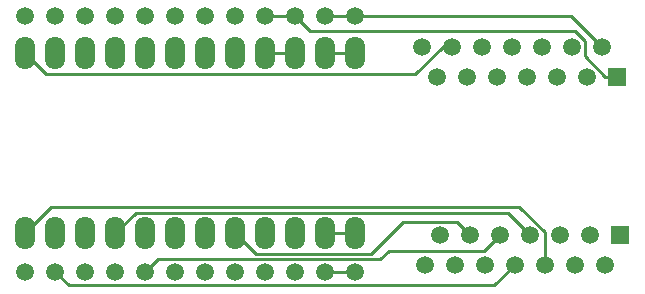
<source format=gtl>
G04 Layer: TopLayer*
G04 EasyEDA v6.5.37, 2023-11-05 12:22:53*
G04 b38ca7787a6d49d182703bcf24ee71ae,61ca570dd1bc49e89b508e185065188e,10*
G04 Gerber Generator version 0.2*
G04 Scale: 100 percent, Rotated: No, Reflected: No *
G04 Dimensions in millimeters *
G04 leading zeros omitted , absolute positions ,4 integer and 5 decimal *
%FSLAX45Y45*%
%MOMM*%

%AMMACRO1*21,1,$1,$2,0,0,$3*%
%ADD10C,0.2540*%
%ADD11O,1.6764X2.7999944*%
%ADD12C,1.5000*%
%ADD13R,1.5000X1.5000*%
%ADD14MACRO1,1.5X1.5X0.0000*%

%LPD*%
D10*
X6083300Y8585200D02*
G01*
X5896229Y8772270D01*
X2748762Y8772270D01*
X2574391Y8597900D01*
X2066543Y8267700D02*
G01*
X2179040Y8155203D01*
X5780303Y8155203D01*
X5956300Y8331200D01*
X1812391Y8597900D02*
G01*
X2033752Y8819261D01*
X5996355Y8819261D01*
X6210300Y8605316D01*
X6210300Y8331200D01*
X5829300Y8585200D02*
G01*
X5694273Y8450173D01*
X4889118Y8450173D01*
X4816906Y8377961D01*
X2938805Y8377961D01*
X2828543Y8267700D01*
X4606290Y10439400D02*
G01*
X6436106Y10439400D01*
X6698488Y10177018D01*
X4352290Y10439400D02*
G01*
X4606290Y10439400D01*
X4606391Y8597900D02*
G01*
X4352416Y8597900D01*
X4606391Y10121900D02*
G01*
X4352442Y10121900D01*
X4352290Y8267700D02*
G01*
X4606290Y8267700D01*
X4098442Y10121900D02*
G01*
X3844442Y10121900D01*
X6825488Y9923018D02*
G01*
X6722567Y9923018D01*
X6722567Y9923018D02*
G01*
X6548348Y10097236D01*
X6548348Y10227970D01*
X6463182Y10313136D01*
X4224553Y10313136D01*
X4098290Y10439400D01*
X4098290Y10439400D02*
G01*
X3844290Y10439400D01*
X5428488Y10177018D02*
G01*
X5348376Y10177018D01*
X5114137Y9942779D01*
X1991512Y9942779D01*
X1812391Y10121900D01*
X5575300Y8585200D02*
G01*
X5468874Y8691626D01*
X5014061Y8691626D01*
X4741189Y8418753D01*
X3769537Y8418753D01*
X3590391Y8597900D01*
D11*
G01*
X4352416Y8597900D03*
G01*
X4098416Y8597900D03*
G01*
X3844391Y8597900D03*
G01*
X3590391Y8597900D03*
G01*
X3336416Y8597900D03*
G01*
X3082391Y8597900D03*
G01*
X2828391Y8597900D03*
G01*
X2574391Y8597900D03*
G01*
X2320391Y8597900D03*
G01*
X2066391Y8597900D03*
G01*
X1812391Y8597900D03*
G01*
X1812391Y10121900D03*
G01*
X2066416Y10121900D03*
G01*
X2320416Y10121900D03*
G01*
X2574442Y10121900D03*
G01*
X2828442Y10121900D03*
G01*
X3082442Y10121900D03*
G01*
X3336442Y10121900D03*
G01*
X3590442Y10121900D03*
G01*
X3844442Y10121900D03*
G01*
X4098442Y10121900D03*
G01*
X4352442Y10121900D03*
G01*
X4606391Y8597900D03*
G01*
X4606391Y10121900D03*
D12*
G01*
X5194300Y8331200D03*
G01*
X5321300Y8585200D03*
G01*
X5448300Y8331200D03*
G01*
X5575300Y8585200D03*
G01*
X5702300Y8331200D03*
G01*
X5829300Y8585200D03*
G01*
X5956300Y8331200D03*
G01*
X6083300Y8585200D03*
G01*
X6210300Y8331200D03*
G01*
X6337300Y8585200D03*
G01*
X6464300Y8331200D03*
G01*
X6591300Y8585200D03*
G01*
X6718300Y8331200D03*
D13*
G01*
X6845300Y8585200D03*
D12*
G01*
X1812544Y10439400D03*
G01*
X2066543Y10439400D03*
G01*
X2320543Y10439400D03*
G01*
X2574543Y10439400D03*
G01*
X2828543Y10439400D03*
G01*
X3082543Y10439400D03*
G01*
X3336290Y10439400D03*
G01*
X3590290Y10439400D03*
G01*
X3844290Y10439400D03*
G01*
X4098290Y10439400D03*
G01*
X4352290Y10439400D03*
G01*
X4606290Y10439400D03*
G01*
X3082543Y8267700D03*
G01*
X2828543Y8267700D03*
G01*
X2574543Y8267700D03*
G01*
X2320543Y8267700D03*
G01*
X2066543Y8267700D03*
G01*
X1812544Y8267700D03*
G01*
X4606290Y8267700D03*
G01*
X4352290Y8267700D03*
G01*
X4098290Y8267700D03*
G01*
X3844290Y8267700D03*
G01*
X3590290Y8267700D03*
G01*
X3336290Y8267700D03*
G01*
X5174488Y10177018D03*
G01*
X5301488Y9923018D03*
G01*
X5428488Y10177018D03*
G01*
X5555488Y9923018D03*
G01*
X5682488Y10177018D03*
G01*
X5809488Y9923018D03*
G01*
X5936488Y10177018D03*
G01*
X6063488Y9923018D03*
G01*
X6190488Y10177018D03*
G01*
X6317488Y9923018D03*
G01*
X6444488Y10177018D03*
G01*
X6571488Y9923018D03*
G01*
X6698488Y10177018D03*
D14*
G01*
X6825486Y9923016D03*
M02*

</source>
